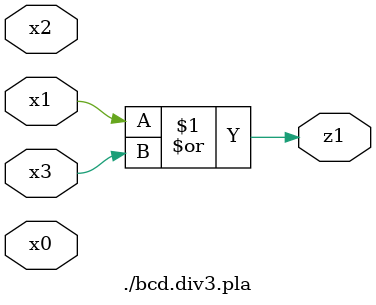
<source format=v>

module \./bcd.div3.pla  ( 
    x0, x1, x2, x3,
    z1  );
  input  x0, x1, x2, x3;
  output z1;
  assign z1 = x1 | x3;
endmodule



</source>
